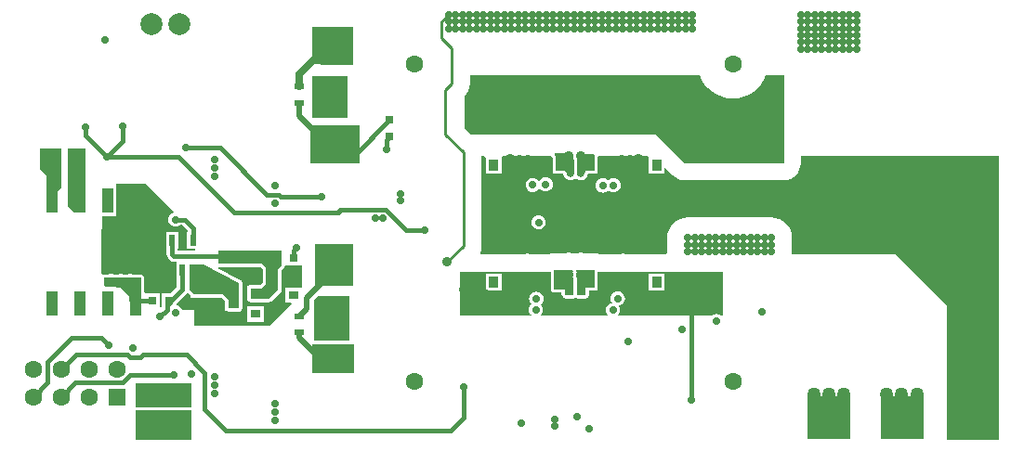
<source format=gbl>
G04*
G04 #@! TF.GenerationSoftware,Altium Limited,Altium Designer,18.0.7 (293)*
G04*
G04 Layer_Physical_Order=4*
G04 Layer_Color=16711680*
%FSLAX25Y25*%
%MOIN*%
G70*
G01*
G75*
%ADD10C,0.01000*%
%ADD21R,0.03543X0.03150*%
%ADD23R,0.03000X0.03000*%
%ADD27R,0.07874X0.05906*%
%ADD29R,0.15748X0.15748*%
%ADD33R,0.03543X0.02362*%
%ADD34R,0.02362X0.03543*%
%ADD36R,0.03000X0.03000*%
%ADD61C,0.01500*%
%ADD63C,0.02000*%
%ADD64C,0.06299*%
%ADD65R,0.06299X0.06299*%
%ADD66C,0.07874*%
%ADD67C,0.03500*%
%ADD68C,0.02756*%
%ADD69C,0.05000*%
%ADD70R,0.01968X0.03937*%
%ADD71R,0.03937X0.09055*%
%ADD72R,0.22874X0.03307*%
%ADD73R,0.16693X0.03307*%
%ADD74R,0.03307X0.03898*%
%ADD75R,0.10630X0.05118*%
%ADD76C,0.02500*%
G36*
X269100Y175200D02*
X257532D01*
X257288Y175700D01*
X257461Y175922D01*
X259300D01*
X260249Y176111D01*
X261053Y176648D01*
X261590Y177452D01*
X261779Y178401D01*
X261590Y179349D01*
X261053Y180154D01*
X260249Y180691D01*
X259300Y180879D01*
X256301D01*
X255352Y180691D01*
X254800Y180322D01*
X254300Y180589D01*
Y188800D01*
X269100D01*
Y175200D01*
D02*
G37*
G36*
X423600Y139800D02*
X388000D01*
X377600Y150200D01*
X351688D01*
X350800Y150287D01*
X349912Y150200D01*
X311437D01*
X309000Y152637D01*
Y163733D01*
X309031Y163764D01*
X309843Y164754D01*
X310447Y165883D01*
X310819Y167108D01*
X310944Y168383D01*
Y171600D01*
X393435D01*
X394105Y169983D01*
X395132Y168306D01*
X396410Y166810D01*
X397905Y165532D01*
X399583Y164505D01*
X401400Y163752D01*
X403312Y163293D01*
X405273Y163138D01*
X407234Y163293D01*
X409147Y163752D01*
X410964Y164505D01*
X412641Y165532D01*
X414137Y166810D01*
X415414Y168306D01*
X416442Y169983D01*
X417112Y171600D01*
X423600D01*
Y139800D01*
D02*
G37*
G36*
X267200Y156100D02*
X254300D01*
Y171300D01*
X267200D01*
Y156100D01*
D02*
G37*
G36*
X271500Y140000D02*
X253600D01*
Y153600D01*
X271500D01*
Y140000D01*
D02*
G37*
G36*
X355721Y142822D02*
X355718Y142800D01*
X355712Y142768D01*
X355686Y142722D01*
X355666Y142539D01*
X355630Y142358D01*
Y139900D01*
X352500Y139900D01*
X352500Y137044D01*
X352456Y136994D01*
X352390Y136950D01*
X352302Y136819D01*
X352199Y136700D01*
X352173Y136625D01*
X352129Y136559D01*
X352098Y136405D01*
X352047Y136256D01*
X352020Y136046D01*
X351883Y135717D01*
X351666Y135434D01*
X351383Y135217D01*
X351054Y135080D01*
X350700Y135034D01*
X350346Y135080D01*
X350017Y135217D01*
X349973Y135250D01*
X349940Y135266D01*
X349914Y135292D01*
X349524Y135556D01*
X349518Y135558D01*
X349514Y135563D01*
X349468Y135672D01*
X349493Y135732D01*
X349581Y136400D01*
X349493Y137068D01*
X349470Y137123D01*
X349504Y137293D01*
Y138407D01*
X349470Y138577D01*
X349493Y138632D01*
X349581Y139300D01*
X349493Y139968D01*
X349470Y140023D01*
X349504Y140193D01*
Y140943D01*
X349474Y141098D01*
X349463Y141255D01*
X349428Y141326D01*
X349413Y141404D01*
X349340Y141513D01*
X349322Y141555D01*
X349356Y141635D01*
X349456Y142400D01*
X349404Y142800D01*
X349809Y143298D01*
X349818Y143300D01*
X355514Y143300D01*
X355721Y142822D01*
D02*
G37*
G36*
X347909Y143000D02*
X347844Y142500D01*
X347944Y141735D01*
X348240Y141022D01*
X348300Y140943D01*
Y140193D01*
X348207Y139968D01*
X348119Y139300D01*
X348207Y138632D01*
X348300Y138407D01*
Y137293D01*
X348207Y137068D01*
X348119Y136400D01*
X348207Y135732D01*
X348232Y135672D01*
X348186Y135563D01*
X348182Y135558D01*
X348176Y135556D01*
X347786Y135292D01*
X347760Y135266D01*
X347727Y135250D01*
X347683Y135217D01*
X347354Y135080D01*
X347000Y135034D01*
X346646Y135080D01*
X346317Y135217D01*
X346034Y135434D01*
X345817Y135717D01*
X345680Y136046D01*
X345653Y136256D01*
X345602Y136405D01*
X345571Y136559D01*
X345527Y136625D01*
X345501Y136700D01*
X345398Y136819D01*
X345310Y136950D01*
X345244Y136994D01*
X345200Y137044D01*
Y137100D01*
X345098D01*
X345050Y137124D01*
X344919Y137211D01*
X344842Y137226D01*
X344770Y137262D01*
X344613Y137272D01*
X344459Y137303D01*
X341838D01*
Y141900D01*
X341794Y142120D01*
X341754Y142341D01*
X341748Y142350D01*
X341746Y142361D01*
X341622Y142548D01*
X341500Y142736D01*
X341300Y142944D01*
Y143500D01*
X347547D01*
X347909Y143000D01*
D02*
G37*
G36*
X500900Y40700D02*
X500600Y40400D01*
X482200Y40400D01*
Y88800D01*
X463700Y107300D01*
X426807D01*
X426471Y107670D01*
X426514Y108100D01*
X426391Y109350D01*
X426514Y110600D01*
X426391Y111850D01*
X426514Y113100D01*
X426371Y114546D01*
X425949Y115937D01*
X425264Y117219D01*
X424342Y118342D01*
X423219Y119264D01*
X421937Y119949D01*
X420546Y120371D01*
X419100Y120514D01*
X417850Y120390D01*
X416600Y120514D01*
X415350Y120390D01*
X414100Y120514D01*
X412850Y120390D01*
X411600Y120514D01*
X410350Y120390D01*
X409100Y120514D01*
X407850Y120390D01*
X406600Y120514D01*
X405350Y120390D01*
X404100Y120514D01*
X402850Y120390D01*
X401600Y120514D01*
X400350Y120390D01*
X399100Y120514D01*
X397850Y120390D01*
X396600Y120514D01*
X395350Y120390D01*
X394100Y120514D01*
X392850Y120390D01*
X391600Y120514D01*
X390350Y120390D01*
X389100Y120514D01*
X387654Y120371D01*
X387400Y120294D01*
X386263Y119949D01*
X384981Y119264D01*
X383858Y118342D01*
X382936Y117219D01*
X382251Y115937D01*
X381829Y114546D01*
X381686Y113100D01*
X381809Y111850D01*
X381686Y110600D01*
X381809Y109350D01*
X381686Y108100D01*
X381755Y107400D01*
X381484D01*
X381393Y107300D01*
X366954D01*
X366864Y107337D01*
X366403Y107429D01*
X366403D01*
D01*
X365597D01*
X365136Y107337D01*
X365046Y107300D01*
X357249D01*
X356876Y107413D01*
X355700Y107529D01*
D01*
X352578D01*
X352219Y107638D01*
X350700Y107788D01*
X349181Y107638D01*
X348783Y107517D01*
X348112Y107583D01*
X348092Y107585D01*
X347919Y107638D01*
X346400Y107788D01*
X344881Y107638D01*
X344852Y107629D01*
X341200D01*
X340024Y107513D01*
X339694Y107413D01*
X339651Y107400D01*
X339321Y107300D01*
X332454D01*
X332364Y107337D01*
X332049Y107400D01*
X331903Y107429D01*
X331903D01*
D01*
X331097D01*
X330636Y107337D01*
X330546Y107300D01*
X314903D01*
X314855Y107400D01*
X314474D01*
X314634Y107701D01*
X315006Y108926D01*
X315131Y110200D01*
Y142400D01*
X316214D01*
X316697Y141900D01*
Y136098D01*
X322366D01*
Y140600D01*
X322366D01*
Y142358D01*
X322849Y142400D01*
X340151D01*
X340634Y141900D01*
Y136098D01*
X344459D01*
X344507Y135732D01*
X344765Y135109D01*
X345175Y134575D01*
X345322Y134462D01*
X345617Y134235D01*
X345709Y134165D01*
X346332Y133907D01*
X347000Y133819D01*
X347668Y133907D01*
X348291Y134165D01*
X348376Y134230D01*
X348460Y134294D01*
X348460Y134294D01*
X348665Y134433D01*
X348850Y134558D01*
X348850Y134558D01*
D01*
X349150Y134356D01*
X349240Y134294D01*
X349409Y134165D01*
X350032Y133907D01*
X350700Y133819D01*
X351368Y133907D01*
X351679Y134036D01*
X351991Y134165D01*
X352525Y134575D01*
X352607Y134681D01*
X352622Y134701D01*
D01*
X352693Y134793D01*
X352935Y135109D01*
X353193Y135732D01*
X353226Y135981D01*
X353241Y136098D01*
X356835D01*
Y140600D01*
D01*
Y142358D01*
X357317Y142400D01*
X374620D01*
X375102Y141900D01*
Y136098D01*
X380772D01*
Y137849D01*
Y138502D01*
X383256Y136018D01*
X383737Y135537D01*
X384650Y134787D01*
X385693Y134230D01*
X386824Y133887D01*
X388000Y133771D01*
X423600D01*
X424776Y133887D01*
X425907Y134230D01*
X426950Y134787D01*
X427863Y135537D01*
X428613Y136451D01*
X429170Y137493D01*
X429513Y138624D01*
X429629Y139800D01*
Y142400D01*
X500900D01*
Y40700D01*
D02*
G37*
G36*
X164300Y131300D02*
X163000Y130000D01*
Y122400D01*
X159000D01*
Y135600D01*
X156700Y137900D01*
Y145100D01*
X164300D01*
Y131300D01*
D02*
G37*
G36*
X173000Y129900D02*
Y122300D01*
X169000D01*
X166700Y124600D01*
X166700Y145100D01*
X173000D01*
Y129900D01*
D02*
G37*
G36*
X204745Y122655D02*
X204538Y122154D01*
X204009Y121935D01*
X203475Y121525D01*
X203065Y120991D01*
X202807Y120368D01*
X202719Y119700D01*
X202807Y119032D01*
X203065Y118409D01*
X203475Y117875D01*
X204009Y117465D01*
X204632Y117207D01*
X205300Y117119D01*
X205968Y117207D01*
X206591Y117465D01*
X206938Y117731D01*
X207785D01*
X209631Y115884D01*
Y115350D01*
X209435D01*
Y109050D01*
X212546D01*
X212572Y109025D01*
X212542Y108743D01*
X212242Y108469D01*
X206089D01*
Y109050D01*
X206285D01*
Y115350D01*
X201954D01*
Y109050D01*
X202151D01*
Y107280D01*
X202301Y106527D01*
X202727Y105888D01*
X203508Y105108D01*
X204147Y104681D01*
X204900Y104531D01*
X205695D01*
Y98421D01*
X205891D01*
Y95375D01*
X203797Y93281D01*
X200319D01*
Y89140D01*
X200281Y88950D01*
Y88255D01*
X200181Y88199D01*
X199681Y88493D01*
Y93281D01*
X194319D01*
X194204Y93734D01*
Y98800D01*
X194113Y99261D01*
X193851Y99651D01*
X193461Y99913D01*
X193000Y100004D01*
X190224D01*
X189768Y100193D01*
X189100Y100281D01*
X188432Y100193D01*
X187976Y100004D01*
X186824D01*
X186368Y100193D01*
X185700Y100281D01*
X185032Y100193D01*
X184576Y100004D01*
X183424D01*
X182968Y100193D01*
X182300Y100281D01*
X181632Y100193D01*
X181176Y100004D01*
X179800D01*
X179400Y99925D01*
X179265Y99965D01*
X178900Y100221D01*
Y116176D01*
X178969D01*
Y120995D01*
X184150D01*
Y132413D01*
X184613Y132500D01*
X194900D01*
X204745Y122655D01*
D02*
G37*
G36*
X269100Y95900D02*
X255300D01*
Y110800D01*
X269100D01*
Y95900D01*
D02*
G37*
G36*
X355700Y97500D02*
X352400Y97500D01*
X352400Y92500D01*
X349904Y92500D01*
X349404Y93000D01*
Y93507D01*
X349370Y93677D01*
X349393Y93732D01*
X349481Y94400D01*
X349393Y95068D01*
X349370Y95123D01*
X349404Y95293D01*
Y95907D01*
X349370Y96077D01*
X349393Y96132D01*
X349481Y96800D01*
X349393Y97468D01*
X349370Y97523D01*
X349404Y97693D01*
Y98443D01*
X349374Y98598D01*
X349363Y98755D01*
X349328Y98826D01*
X349313Y98904D01*
X349240Y99013D01*
X349202Y99105D01*
X349256Y99235D01*
X349356Y100000D01*
X349256Y100765D01*
X349200Y100900D01*
Y101500D01*
X355700Y101500D01*
X355700Y97500D01*
D02*
G37*
G36*
X347983Y101100D02*
X347844Y100765D01*
X347744Y100000D01*
X347844Y99235D01*
X348140Y98522D01*
X348200Y98443D01*
Y97693D01*
X348107Y97468D01*
X348019Y96800D01*
X348107Y96132D01*
X348200Y95907D01*
Y95293D01*
X348107Y95068D01*
X348019Y94400D01*
X348107Y93732D01*
X348200Y93507D01*
Y92500D01*
X345454Y92500D01*
X345100Y92853D01*
X345100Y94700D01*
X341200D01*
Y101600D01*
X347649D01*
X347983Y101100D01*
D02*
G37*
G36*
X401800Y85100D02*
X401228D01*
X400791Y85435D01*
X400168Y85693D01*
X399500Y85781D01*
X398832Y85693D01*
X398209Y85435D01*
X397772Y85100D01*
X363767D01*
X364125Y85375D01*
X364535Y85909D01*
X364793Y86532D01*
X364881Y87200D01*
X364793Y87868D01*
X364535Y88491D01*
X364327Y88762D01*
X364668Y88807D01*
X365291Y89065D01*
X365825Y89475D01*
X366235Y90009D01*
X366493Y90632D01*
X366581Y91300D01*
X366493Y91968D01*
X366235Y92591D01*
X365825Y93125D01*
X365291Y93535D01*
X364668Y93793D01*
X364000Y93881D01*
X363332Y93793D01*
X362709Y93535D01*
X362175Y93125D01*
X361765Y92591D01*
X361507Y91968D01*
X361419Y91300D01*
X361507Y90632D01*
X361765Y90009D01*
X361973Y89738D01*
X361632Y89693D01*
X361009Y89435D01*
X360475Y89025D01*
X360065Y88491D01*
X359807Y87868D01*
X359719Y87200D01*
X359807Y86532D01*
X360065Y85909D01*
X360475Y85375D01*
X360833Y85100D01*
X335937D01*
X336425Y85475D01*
X336835Y86009D01*
X337093Y86632D01*
X337181Y87300D01*
X337093Y87968D01*
X336835Y88591D01*
X336425Y89125D01*
X336362Y89173D01*
X336625Y89375D01*
X337035Y89909D01*
X337293Y90532D01*
X337381Y91200D01*
X337293Y91868D01*
X337035Y92491D01*
X336625Y93025D01*
X336091Y93435D01*
X335468Y93693D01*
X334800Y93781D01*
X334132Y93693D01*
X333509Y93435D01*
X332975Y93025D01*
X332565Y92491D01*
X332307Y91868D01*
X332219Y91200D01*
X332307Y90532D01*
X332565Y89909D01*
X332975Y89375D01*
X333038Y89327D01*
X332775Y89125D01*
X332365Y88591D01*
X332107Y87968D01*
X332019Y87300D01*
X332107Y86632D01*
X332365Y86009D01*
X332775Y85475D01*
X333263Y85100D01*
X307400D01*
Y100800D01*
X339996D01*
Y94700D01*
X340087Y94239D01*
X340349Y93849D01*
X340739Y93587D01*
X341200Y93496D01*
X343896D01*
Y92854D01*
X343896Y92853D01*
X343987Y92393D01*
X344249Y92002D01*
X344602Y91649D01*
X344993Y91387D01*
X345454Y91296D01*
X345454Y91296D01*
X348200Y91296D01*
X348661Y91387D01*
X349051Y91649D01*
X349052Y91649D01*
X349053Y91649D01*
X349053Y91649D01*
X349443Y91387D01*
X349628Y91351D01*
X349904Y91296D01*
X349904Y91296D01*
X352400Y91296D01*
X352861Y91387D01*
X353252Y91649D01*
X353513Y92039D01*
X353604Y92500D01*
Y94098D01*
X356866D01*
Y97308D01*
X356904Y97500D01*
X356904Y100800D01*
X401800D01*
Y85100D01*
D02*
G37*
G36*
X243400Y103200D02*
X242200Y102000D01*
Y94500D01*
X238900Y91200D01*
X232300D01*
Y95000D01*
X236400D01*
X237800Y96400D01*
Y102300D01*
X236300Y103800D01*
X220900D01*
Y108600D01*
X243400D01*
Y103200D01*
D02*
G37*
G36*
X193000Y92569D02*
X191904D01*
X191150Y92419D01*
X190512Y91992D01*
X189608Y91088D01*
X189181Y90450D01*
X189100Y90043D01*
X188600Y90092D01*
Y92100D01*
X185400Y95300D01*
X184150D01*
Y95405D01*
X180395D01*
X179800Y96000D01*
Y98800D01*
X193000D01*
Y92569D01*
D02*
G37*
G36*
X250800Y95836D02*
X250753Y95356D01*
X244847D01*
Y89844D01*
X246891D01*
X247082Y89382D01*
X239400Y81700D01*
X212000Y81700D01*
Y87300D01*
X207756D01*
X207635Y87591D01*
X207225Y88125D01*
X206691Y88535D01*
X206068Y88793D01*
X205681Y88844D01*
Y89597D01*
X209252Y93168D01*
X209285Y93218D01*
X209924Y93273D01*
X210804Y92393D01*
Y91572D01*
X222125D01*
X223210Y90487D01*
Y86744D01*
X223954D01*
X224039Y86687D01*
X224500Y86596D01*
X228100D01*
X228561Y86687D01*
X228646Y86744D01*
X229116D01*
Y87194D01*
X229213Y87339D01*
X229304Y87800D01*
Y96900D01*
X229268Y97082D01*
X229247Y97267D01*
X229222Y97311D01*
X229213Y97361D01*
X229110Y97515D01*
X229019Y97678D01*
X228980Y97709D01*
X228952Y97751D01*
X228797Y97855D01*
X228652Y97970D01*
X220526Y102160D01*
X220692Y102637D01*
X220900Y102596D01*
X235801D01*
X236596Y101801D01*
Y96899D01*
X235901Y96204D01*
X232300D01*
X231839Y96113D01*
X231665Y95996D01*
X231084D01*
Y90484D01*
X231358D01*
X231449Y90349D01*
X231839Y90087D01*
X232300Y89996D01*
X238900D01*
X239361Y90087D01*
X239752Y90349D01*
X239752Y90349D01*
X243052Y93648D01*
X243313Y94039D01*
X243404Y94500D01*
X243404Y94500D01*
Y101501D01*
X244251Y102348D01*
X244513Y102739D01*
X244604Y103200D01*
X250800D01*
X250800Y95836D01*
D02*
G37*
G36*
X228100Y96900D02*
Y87800D01*
X224500D01*
Y90900D01*
X222500Y92900D01*
X212000D01*
X210500Y94400D01*
Y103500D01*
X215300D01*
X228100Y96900D01*
D02*
G37*
G36*
X267800Y76204D02*
X255200D01*
Y91034D01*
X256366Y92200D01*
X267800D01*
Y76204D01*
D02*
G37*
G36*
X269300Y64700D02*
X254300D01*
Y75000D01*
X269300D01*
Y64700D01*
D02*
G37*
G36*
X211100Y52304D02*
X191200D01*
Y60800D01*
X211100D01*
Y52304D01*
D02*
G37*
G36*
Y40500D02*
X191200D01*
Y51100D01*
X211100D01*
Y40500D01*
D02*
G37*
%LPC*%
G36*
X362500Y134581D02*
X361832Y134493D01*
X361209Y134235D01*
X360675Y133825D01*
X360562Y133678D01*
X360525Y133725D01*
X359991Y134135D01*
X359368Y134393D01*
X358700Y134481D01*
X358032Y134393D01*
X357409Y134135D01*
X356875Y133725D01*
X356465Y133191D01*
X356207Y132568D01*
X356119Y131900D01*
X356207Y131232D01*
X356465Y130609D01*
X356875Y130075D01*
X357409Y129665D01*
X358032Y129407D01*
X358700Y129319D01*
X359368Y129407D01*
X359991Y129665D01*
X360525Y130075D01*
X360638Y130222D01*
X360675Y130175D01*
X361079Y129865D01*
X361209Y129765D01*
X361832Y129507D01*
X362500Y129419D01*
X363168Y129507D01*
X363791Y129765D01*
X364325Y130175D01*
X364735Y130709D01*
X364993Y131332D01*
X365081Y132000D01*
X364993Y132668D01*
X364735Y133291D01*
X364325Y133825D01*
X363791Y134235D01*
X363168Y134493D01*
X362500Y134581D01*
D02*
G37*
G36*
X338100Y134881D02*
X337432Y134793D01*
X336809Y134535D01*
X336275Y134125D01*
X335865Y133591D01*
X335759Y133334D01*
X335735Y133391D01*
X335421Y133800D01*
D01*
X335325Y133925D01*
X334791Y134335D01*
X334168Y134593D01*
X333500Y134681D01*
X332832Y134593D01*
X332209Y134335D01*
X331675Y133925D01*
X331265Y133391D01*
X331007Y132768D01*
X330919Y132100D01*
X331007Y131432D01*
X331265Y130809D01*
X331675Y130275D01*
X332209Y129865D01*
X332832Y129607D01*
X333500Y129519D01*
X334168Y129607D01*
X334791Y129865D01*
X335325Y130275D01*
X335735Y130809D01*
X335841Y131066D01*
X335865Y131009D01*
X336179Y130600D01*
X336275Y130475D01*
X336809Y130065D01*
X337432Y129807D01*
X338100Y129719D01*
X338768Y129807D01*
X339391Y130065D01*
X339925Y130475D01*
X340335Y131009D01*
X340593Y131632D01*
X340681Y132300D01*
X340593Y132968D01*
X340335Y133591D01*
X339925Y134125D01*
X339391Y134535D01*
X338768Y134793D01*
X338100Y134881D01*
D02*
G37*
G36*
X335600Y121281D02*
X334932Y121193D01*
X334309Y120935D01*
X333775Y120525D01*
X333365Y119991D01*
X333107Y119368D01*
X333019Y118700D01*
X333107Y118032D01*
X333365Y117409D01*
X333775Y116875D01*
X334309Y116465D01*
X334932Y116207D01*
X335600Y116119D01*
X336268Y116207D01*
X336891Y116465D01*
X337425Y116875D01*
X337835Y117409D01*
X338093Y118032D01*
X338181Y118700D01*
X338093Y119368D01*
X337835Y119991D01*
X337425Y120525D01*
X336891Y120935D01*
X336268Y121193D01*
X335600Y121281D01*
D02*
G37*
G36*
X380803Y100358D02*
X375134D01*
Y94098D01*
X380803D01*
Y100358D01*
D02*
G37*
G36*
X322366D02*
X316697D01*
Y94098D01*
X322366D01*
Y100358D01*
D02*
G37*
G36*
X236990Y88516D02*
X231084D01*
Y83004D01*
X236990D01*
Y88516D01*
D02*
G37*
%LPD*%
D10*
X308200Y94000D02*
X308800Y94600D01*
X300900Y190800D02*
X303400Y193300D01*
X302200Y150200D02*
X308600Y143800D01*
Y110200D02*
Y143800D01*
X302900Y104500D02*
X308600Y110200D01*
X302200Y150200D02*
Y166170D01*
X304413Y168383D01*
Y181199D01*
X300900Y184711D02*
X304413Y181199D01*
X300900Y184711D02*
Y190800D01*
D21*
X239926Y96340D02*
D03*
X247800Y92600D02*
D03*
Y100080D02*
D03*
X226163Y89500D02*
D03*
X234037Y85760D02*
D03*
Y93240D02*
D03*
D23*
X197000Y90600D02*
D03*
X203000D02*
D03*
X241700Y106000D02*
D03*
X247700D02*
D03*
D27*
X258300Y165999D02*
D03*
Y178401D02*
D03*
X259900Y86899D02*
D03*
Y99301D02*
D03*
D29*
X465950Y48500D02*
D03*
X492000D02*
D03*
X439900D02*
D03*
D33*
X249900Y161495D02*
D03*
Y167400D02*
D03*
Y85005D02*
D03*
Y79100D02*
D03*
X195200Y47594D02*
D03*
Y53500D02*
D03*
X201550Y47594D02*
D03*
Y53500D02*
D03*
X207900Y47594D02*
D03*
Y53500D02*
D03*
X234200Y100094D02*
D03*
Y106000D02*
D03*
D34*
X162900Y143300D02*
D03*
X168806D02*
D03*
X162995Y136800D02*
D03*
X168900D02*
D03*
D36*
X258400Y151900D02*
D03*
Y157900D02*
D03*
X282200Y149500D02*
D03*
Y155500D02*
D03*
X259000Y73500D02*
D03*
Y79500D02*
D03*
D61*
X390500Y87200D02*
X391400Y88100D01*
X390500Y55000D02*
Y87200D01*
X269300Y142600D02*
X282200Y155500D01*
X281000Y144900D02*
Y148300D01*
X282200Y149500D01*
X221400Y145500D02*
X238228Y128672D01*
X242452D01*
X243224Y127900D01*
X257600D01*
X226328Y122372D02*
X263672D01*
X206400Y142300D02*
X226328Y122372D01*
X263672D02*
X264528Y123228D01*
X209100Y145500D02*
X221400D01*
X180700Y142300D02*
X206400D01*
X205300Y119700D02*
X208600D01*
X288124Y116000D02*
X294700D01*
X280896Y123228D02*
X288124Y116000D01*
X264528Y123228D02*
X280896D01*
X308700Y48500D02*
Y59500D01*
X304200Y44000D02*
X308700Y48500D01*
X178600Y77300D02*
X181500Y74400D01*
X168100Y77300D02*
X178600D01*
X182824Y71300D02*
X187911D01*
X182796Y71272D02*
X182824Y71300D01*
X180204Y71272D02*
X182796D01*
X180176Y71300D02*
X180204Y71272D01*
X169600Y71300D02*
X180176D01*
X199900Y84765D02*
X202250Y87115D01*
X159400Y68600D02*
X168100Y77300D01*
X211600Y112200D02*
Y116700D01*
X208600Y119700D02*
X211600Y116700D01*
X223300Y44000D02*
X304200D01*
X215900Y51400D02*
X223300Y44000D01*
X187911Y71300D02*
X189011Y70200D01*
X192600D01*
X193700Y71300D01*
X209300D01*
X215900Y64700D01*
X164300Y66000D02*
X169600Y71300D01*
X202250Y88950D02*
X203000Y89700D01*
X202250Y87115D02*
Y88950D01*
X203000Y89700D02*
Y90600D01*
X191904D02*
X197000D01*
X191000Y89696D02*
X191904Y90600D01*
X203900D02*
X207860Y94560D01*
X233700Y106500D02*
X234200Y106000D01*
X204900Y106500D02*
X233700D01*
X204120Y107280D02*
X204900Y106500D01*
X204120Y107280D02*
Y112200D01*
X180700Y142300D02*
X186300Y147900D01*
Y153200D01*
X173100Y149900D02*
X180700Y142300D01*
X173100Y149900D02*
Y152900D01*
X189229Y64000D02*
X204800D01*
X186329Y61100D02*
X189229Y64000D01*
X169400Y61100D02*
X186329D01*
X164300Y56000D02*
X169400Y61100D01*
X159400D02*
Y68600D01*
X154300Y56000D02*
X159400Y61100D01*
X215900Y51400D02*
Y64700D01*
X207860Y94560D02*
Y101570D01*
X259900Y98879D02*
Y99301D01*
X247700Y108700D02*
X248700Y109700D01*
X247700Y106000D02*
Y108700D01*
D63*
X249900Y77300D02*
X259900Y67300D01*
X249900Y77300D02*
Y79100D01*
Y85005D02*
Y85005D01*
X252547Y87653D01*
Y91526D01*
X259900Y98879D01*
X254800Y151900D02*
X259600D01*
X249900Y156800D02*
X254800Y151900D01*
X249900Y156800D02*
Y161495D01*
D64*
X291100Y61500D02*
D03*
X405273Y175673D02*
D03*
X291100D02*
D03*
X405273Y61500D02*
D03*
X174300Y56000D02*
D03*
X164300D02*
D03*
X154300D02*
D03*
X184300Y66000D02*
D03*
X174300D02*
D03*
X164300D02*
D03*
X154300D02*
D03*
D65*
X184300Y56000D02*
D03*
D66*
X206850Y189902D02*
D03*
X196850Y189900D02*
D03*
D67*
X308800Y94600D02*
D03*
X230200Y99400D02*
D03*
X238600Y105900D02*
D03*
X346400Y100000D02*
D03*
X302900Y104500D02*
D03*
X328500Y99100D02*
D03*
X357400Y114600D02*
D03*
X341000D02*
D03*
X350700Y100000D02*
D03*
X370300Y99300D02*
D03*
X371400Y141500D02*
D03*
X350800Y142500D02*
D03*
X346500Y142400D02*
D03*
X325500Y141700D02*
D03*
X358540Y159500D02*
D03*
X338820D02*
D03*
D68*
X415700Y86700D02*
D03*
X390500Y55000D02*
D03*
X399500Y83200D02*
D03*
X353700Y44600D02*
D03*
X180200Y184200D02*
D03*
X257600Y127900D02*
D03*
X241200Y131800D02*
D03*
Y125500D02*
D03*
X219400Y141300D02*
D03*
Y138300D02*
D03*
Y135300D02*
D03*
X209100Y145500D02*
D03*
X191300Y120000D02*
D03*
X194700D02*
D03*
X205300Y119700D02*
D03*
X207200Y116200D02*
D03*
X294700Y116000D02*
D03*
X308700Y59500D02*
D03*
X349400Y48800D02*
D03*
X181500Y74400D02*
D03*
X199900Y84765D02*
D03*
X350600Y96800D02*
D03*
X346900Y94400D02*
D03*
Y96800D02*
D03*
X350600Y94400D02*
D03*
X263500Y107300D02*
D03*
X267100D02*
D03*
X331800Y141500D02*
D03*
X205400Y86300D02*
D03*
X190100Y73600D02*
D03*
X367700Y76000D02*
D03*
X316600Y93100D02*
D03*
X171800Y136200D02*
D03*
Y139200D02*
D03*
X159000Y138100D02*
D03*
Y142900D02*
D03*
X180700Y142300D02*
D03*
X186300Y153200D02*
D03*
X173100Y152900D02*
D03*
X211000Y64300D02*
D03*
X201500Y58700D02*
D03*
X204800Y64000D02*
D03*
X219400Y57300D02*
D03*
X309100Y88100D02*
D03*
Y90600D02*
D03*
X326600Y88100D02*
D03*
Y93100D02*
D03*
Y90600D02*
D03*
X329100Y88100D02*
D03*
Y93100D02*
D03*
Y90600D02*
D03*
X331600Y99100D02*
D03*
X334600D02*
D03*
X334800Y91200D02*
D03*
X334600Y87300D02*
D03*
X279600Y120100D02*
D03*
X277200D02*
D03*
X239600Y86300D02*
D03*
Y88700D02*
D03*
X225000Y93400D02*
D03*
Y95800D02*
D03*
X187900Y120000D02*
D03*
X189100Y97700D02*
D03*
X185700D02*
D03*
X182300D02*
D03*
X387100Y80300D02*
D03*
X248700Y109700D02*
D03*
X329300Y46700D02*
D03*
X286000Y128900D02*
D03*
Y126500D02*
D03*
X341300Y47900D02*
D03*
Y45500D02*
D03*
X241200Y53500D02*
D03*
Y50500D02*
D03*
Y47500D02*
D03*
X219400Y60300D02*
D03*
Y63300D02*
D03*
X194900Y58700D02*
D03*
X207700D02*
D03*
X207900Y43600D02*
D03*
X201700D02*
D03*
X195100D02*
D03*
X429600Y185900D02*
D03*
Y183400D02*
D03*
Y180900D02*
D03*
X432100Y185900D02*
D03*
Y183400D02*
D03*
Y180900D02*
D03*
X434600Y185900D02*
D03*
Y183400D02*
D03*
Y180900D02*
D03*
X444600D02*
D03*
Y183400D02*
D03*
Y185900D02*
D03*
X442100Y180900D02*
D03*
Y183400D02*
D03*
Y185900D02*
D03*
X439600Y180900D02*
D03*
Y183400D02*
D03*
Y185900D02*
D03*
X437100Y180900D02*
D03*
Y183400D02*
D03*
Y185900D02*
D03*
X447100D02*
D03*
Y183400D02*
D03*
Y180900D02*
D03*
X449600Y185900D02*
D03*
Y183400D02*
D03*
Y180900D02*
D03*
X429600Y193300D02*
D03*
Y190800D02*
D03*
Y188300D02*
D03*
X432100Y193300D02*
D03*
Y190800D02*
D03*
Y188300D02*
D03*
X434600Y193300D02*
D03*
Y190800D02*
D03*
Y188300D02*
D03*
X444600D02*
D03*
Y190800D02*
D03*
Y193300D02*
D03*
X442100Y188300D02*
D03*
Y190800D02*
D03*
Y193300D02*
D03*
X439600Y188300D02*
D03*
Y190800D02*
D03*
Y193300D02*
D03*
X437100Y188300D02*
D03*
Y190800D02*
D03*
Y193300D02*
D03*
X447100D02*
D03*
Y190800D02*
D03*
Y188300D02*
D03*
X449600Y193300D02*
D03*
Y190800D02*
D03*
Y188300D02*
D03*
X266000Y87300D02*
D03*
Y84650D02*
D03*
Y82000D02*
D03*
X259900Y67300D02*
D03*
X263500D02*
D03*
X267100D02*
D03*
X259900Y107300D02*
D03*
X362300Y87200D02*
D03*
X364000Y91300D02*
D03*
X364200Y99300D02*
D03*
X367200D02*
D03*
X281000Y144900D02*
D03*
X262100Y142600D02*
D03*
X265700D02*
D03*
X269300D02*
D03*
X267100Y185300D02*
D03*
X263500D02*
D03*
X259900D02*
D03*
X264800Y161100D02*
D03*
Y163750D02*
D03*
Y166400D02*
D03*
X335600Y118700D02*
D03*
X362500Y132000D02*
D03*
X358700Y131900D02*
D03*
X338100Y132300D02*
D03*
X333500Y132100D02*
D03*
X365300Y141500D02*
D03*
X368300D02*
D03*
X350700Y139300D02*
D03*
Y136400D02*
D03*
X347000D02*
D03*
Y139300D02*
D03*
X328600Y141700D02*
D03*
X396900Y147800D02*
D03*
Y145300D02*
D03*
Y142800D02*
D03*
X399400Y147800D02*
D03*
Y145300D02*
D03*
Y142800D02*
D03*
X401900Y147800D02*
D03*
Y145300D02*
D03*
Y142800D02*
D03*
X404400Y147800D02*
D03*
Y145300D02*
D03*
Y142800D02*
D03*
X414400D02*
D03*
Y145300D02*
D03*
Y147800D02*
D03*
X411900Y142800D02*
D03*
Y145300D02*
D03*
Y147800D02*
D03*
X409400Y142800D02*
D03*
Y145300D02*
D03*
Y147800D02*
D03*
X406900Y142800D02*
D03*
Y145300D02*
D03*
Y147800D02*
D03*
X416900D02*
D03*
Y145300D02*
D03*
Y142800D02*
D03*
X419400Y147800D02*
D03*
Y145300D02*
D03*
Y142800D02*
D03*
X419100Y108100D02*
D03*
Y110600D02*
D03*
Y113100D02*
D03*
X416600Y108100D02*
D03*
Y110600D02*
D03*
Y113100D02*
D03*
X406600D02*
D03*
Y110600D02*
D03*
Y108100D02*
D03*
X409100Y113100D02*
D03*
Y110600D02*
D03*
Y108100D02*
D03*
X411600Y113100D02*
D03*
Y110600D02*
D03*
Y108100D02*
D03*
X414100Y113100D02*
D03*
Y110600D02*
D03*
Y108100D02*
D03*
X404100D02*
D03*
Y110600D02*
D03*
Y113100D02*
D03*
X401600Y108100D02*
D03*
Y110600D02*
D03*
Y113100D02*
D03*
X399100Y108100D02*
D03*
Y110600D02*
D03*
Y113100D02*
D03*
X396600Y108100D02*
D03*
Y110600D02*
D03*
Y113100D02*
D03*
X394100Y108100D02*
D03*
Y110600D02*
D03*
Y113100D02*
D03*
X391600Y108100D02*
D03*
Y110600D02*
D03*
Y113100D02*
D03*
X389100Y108100D02*
D03*
Y110600D02*
D03*
Y113100D02*
D03*
X371400Y93100D02*
D03*
Y90600D02*
D03*
Y88100D02*
D03*
X373900Y90600D02*
D03*
Y88100D02*
D03*
X376400Y90600D02*
D03*
Y88100D02*
D03*
X378900Y90600D02*
D03*
Y88100D02*
D03*
X381400Y90600D02*
D03*
Y88100D02*
D03*
X391400D02*
D03*
Y90600D02*
D03*
Y93100D02*
D03*
X388900Y88100D02*
D03*
Y90600D02*
D03*
Y93100D02*
D03*
X386400Y88100D02*
D03*
Y90600D02*
D03*
Y93100D02*
D03*
X383900Y88100D02*
D03*
Y90600D02*
D03*
Y93100D02*
D03*
X311600D02*
D03*
Y90600D02*
D03*
Y88100D02*
D03*
X314100Y93100D02*
D03*
Y90600D02*
D03*
Y88100D02*
D03*
X316600Y90600D02*
D03*
Y88100D02*
D03*
X319100Y90600D02*
D03*
Y88100D02*
D03*
X324100D02*
D03*
Y90600D02*
D03*
Y93100D02*
D03*
X321600Y88100D02*
D03*
Y90600D02*
D03*
X390900Y188300D02*
D03*
Y190800D02*
D03*
Y193300D02*
D03*
X388400Y188300D02*
D03*
Y190800D02*
D03*
Y193300D02*
D03*
X378400D02*
D03*
Y190800D02*
D03*
Y188300D02*
D03*
X380900Y193300D02*
D03*
Y190800D02*
D03*
Y188300D02*
D03*
X383400Y193300D02*
D03*
Y190800D02*
D03*
Y188300D02*
D03*
X385900Y193300D02*
D03*
Y190800D02*
D03*
Y188300D02*
D03*
X375900D02*
D03*
Y190800D02*
D03*
Y193300D02*
D03*
X373400Y188300D02*
D03*
Y190800D02*
D03*
Y193300D02*
D03*
X370900Y188300D02*
D03*
Y190800D02*
D03*
Y193300D02*
D03*
X368400Y188300D02*
D03*
Y190800D02*
D03*
Y193300D02*
D03*
X365900Y188300D02*
D03*
Y190800D02*
D03*
Y193300D02*
D03*
X363400Y188300D02*
D03*
Y190800D02*
D03*
Y193300D02*
D03*
X360900Y188300D02*
D03*
Y190800D02*
D03*
Y193300D02*
D03*
X358400Y188300D02*
D03*
Y190800D02*
D03*
Y193300D02*
D03*
X355900Y188300D02*
D03*
Y190800D02*
D03*
Y193300D02*
D03*
X353400Y188300D02*
D03*
Y190800D02*
D03*
Y193300D02*
D03*
X350900Y188300D02*
D03*
Y190800D02*
D03*
Y193300D02*
D03*
X348400Y188300D02*
D03*
Y190800D02*
D03*
Y193300D02*
D03*
X345900Y188300D02*
D03*
Y190800D02*
D03*
Y193300D02*
D03*
X343400Y188300D02*
D03*
Y190800D02*
D03*
Y193300D02*
D03*
X340900Y188300D02*
D03*
Y190800D02*
D03*
Y193300D02*
D03*
X338400Y188300D02*
D03*
Y190800D02*
D03*
Y193300D02*
D03*
X335900Y188300D02*
D03*
Y190800D02*
D03*
Y193300D02*
D03*
X333400Y188300D02*
D03*
Y190800D02*
D03*
Y193300D02*
D03*
X330900Y188300D02*
D03*
Y190800D02*
D03*
Y193300D02*
D03*
X328400Y188300D02*
D03*
Y190800D02*
D03*
Y193300D02*
D03*
X325900Y188300D02*
D03*
Y190800D02*
D03*
Y193300D02*
D03*
X323400Y188300D02*
D03*
Y190800D02*
D03*
Y193300D02*
D03*
X320900Y188300D02*
D03*
Y190800D02*
D03*
Y193300D02*
D03*
X318400Y188300D02*
D03*
Y190800D02*
D03*
Y193300D02*
D03*
X315900Y188300D02*
D03*
Y190800D02*
D03*
Y193300D02*
D03*
X313400Y188300D02*
D03*
Y190800D02*
D03*
Y193300D02*
D03*
X310900Y188300D02*
D03*
Y190800D02*
D03*
Y193300D02*
D03*
X308400Y188300D02*
D03*
Y190800D02*
D03*
Y193300D02*
D03*
X305900Y188300D02*
D03*
Y190800D02*
D03*
Y193300D02*
D03*
X303400D02*
D03*
Y190800D02*
D03*
Y188300D02*
D03*
X381660Y169900D02*
D03*
X379160D02*
D03*
X376660D02*
D03*
X381660Y167300D02*
D03*
X379160D02*
D03*
X376660D02*
D03*
X359640Y169900D02*
D03*
X356940D02*
D03*
X359640Y167300D02*
D03*
X356940D02*
D03*
X340320Y169900D02*
D03*
X337620D02*
D03*
X340320Y167300D02*
D03*
X337620D02*
D03*
X315600Y169900D02*
D03*
X318100D02*
D03*
X320600D02*
D03*
X315600Y167300D02*
D03*
X318100D02*
D03*
X320600D02*
D03*
X376660Y164700D02*
D03*
Y162100D02*
D03*
Y159500D02*
D03*
X379160Y164700D02*
D03*
Y162100D02*
D03*
Y159500D02*
D03*
X381660Y164700D02*
D03*
Y162100D02*
D03*
Y159500D02*
D03*
X356940Y164700D02*
D03*
Y162100D02*
D03*
X359640Y164700D02*
D03*
Y162300D02*
D03*
X337620Y164700D02*
D03*
Y162300D02*
D03*
X340320Y164700D02*
D03*
Y162100D02*
D03*
X320600Y159500D02*
D03*
Y162100D02*
D03*
Y164700D02*
D03*
X318100Y159500D02*
D03*
Y162100D02*
D03*
Y164700D02*
D03*
X315600Y159500D02*
D03*
Y162100D02*
D03*
Y164700D02*
D03*
D69*
X486600Y56800D02*
D03*
X491950D02*
D03*
X497300D02*
D03*
X460550D02*
D03*
X465900D02*
D03*
X471250D02*
D03*
X445200D02*
D03*
X439850D02*
D03*
X434500D02*
D03*
D70*
X204120Y101570D02*
D03*
X207860D02*
D03*
X211600D02*
D03*
Y112200D02*
D03*
X207860D02*
D03*
X204120D02*
D03*
D71*
X161000Y126704D02*
D03*
X171000Y126704D02*
D03*
X181000D02*
D03*
X191000D02*
D03*
X161000Y89696D02*
D03*
X171000D02*
D03*
X181000Y89696D02*
D03*
X191000D02*
D03*
D72*
X331500Y111087D02*
D03*
X365968Y153087D02*
D03*
X331500D02*
D03*
X366000Y111087D02*
D03*
D73*
X331500Y96913D02*
D03*
X365968Y138913D02*
D03*
X331500D02*
D03*
X366000Y96913D02*
D03*
D74*
X343468Y97228D02*
D03*
X319531D02*
D03*
X377937Y139228D02*
D03*
X354000D02*
D03*
X343468D02*
D03*
X319531D02*
D03*
X377969Y97228D02*
D03*
X354031D02*
D03*
D75*
X217300Y95312D02*
D03*
Y84288D02*
D03*
D76*
X256301Y178401D02*
X259300D01*
X249900Y172000D02*
X256301Y178401D01*
X249900Y167400D02*
Y172000D01*
M02*

</source>
